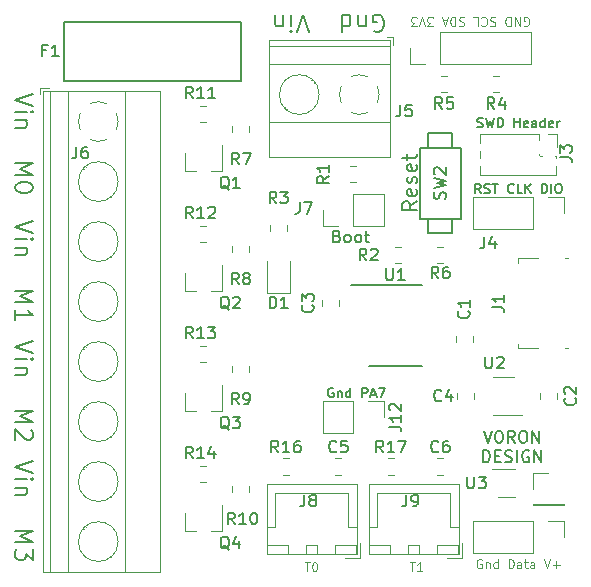
<source format=gbr>
G04 #@! TF.GenerationSoftware,KiCad,Pcbnew,(5.1.5)-3*
G04 #@! TF.CreationDate,2020-01-15T03:57:31-05:00*
G04 #@! TF.ProjectId,STM32 Klipper Expander,53544d33-3220-44b6-9c69-707065722045,rev?*
G04 #@! TF.SameCoordinates,Original*
G04 #@! TF.FileFunction,Legend,Top*
G04 #@! TF.FilePolarity,Positive*
%FSLAX46Y46*%
G04 Gerber Fmt 4.6, Leading zero omitted, Abs format (unit mm)*
G04 Created by KiCad (PCBNEW (5.1.5)-3) date 2020-01-15 03:57:31*
%MOMM*%
%LPD*%
G04 APERTURE LIST*
%ADD10C,0.150000*%
%ADD11C,0.100000*%
%ADD12C,0.200000*%
%ADD13C,0.120000*%
G04 APERTURE END LIST*
D10*
X127521142Y-83852000D02*
X127444952Y-83813904D01*
X127330666Y-83813904D01*
X127216380Y-83852000D01*
X127140190Y-83928190D01*
X127102095Y-84004380D01*
X127064000Y-84156761D01*
X127064000Y-84271047D01*
X127102095Y-84423428D01*
X127140190Y-84499619D01*
X127216380Y-84575809D01*
X127330666Y-84613904D01*
X127406857Y-84613904D01*
X127521142Y-84575809D01*
X127559238Y-84537714D01*
X127559238Y-84271047D01*
X127406857Y-84271047D01*
X127902095Y-84080571D02*
X127902095Y-84613904D01*
X127902095Y-84156761D02*
X127940190Y-84118666D01*
X128016380Y-84080571D01*
X128130666Y-84080571D01*
X128206857Y-84118666D01*
X128244952Y-84194857D01*
X128244952Y-84613904D01*
X128968761Y-84613904D02*
X128968761Y-83813904D01*
X128968761Y-84575809D02*
X128892571Y-84613904D01*
X128740190Y-84613904D01*
X128664000Y-84575809D01*
X128625904Y-84537714D01*
X128587809Y-84461523D01*
X128587809Y-84232952D01*
X128625904Y-84156761D01*
X128664000Y-84118666D01*
X128740190Y-84080571D01*
X128892571Y-84080571D01*
X128968761Y-84118666D01*
X129959238Y-84613904D02*
X129959238Y-83813904D01*
X130264000Y-83813904D01*
X130340190Y-83852000D01*
X130378285Y-83890095D01*
X130416380Y-83966285D01*
X130416380Y-84080571D01*
X130378285Y-84156761D01*
X130340190Y-84194857D01*
X130264000Y-84232952D01*
X129959238Y-84232952D01*
X130721142Y-84385333D02*
X131102095Y-84385333D01*
X130644952Y-84613904D02*
X130911619Y-83813904D01*
X131178285Y-84613904D01*
X131368761Y-83813904D02*
X131902095Y-83813904D01*
X131559238Y-84613904D01*
D11*
X140072857Y-98355000D02*
X140001428Y-98319285D01*
X139894285Y-98319285D01*
X139787142Y-98355000D01*
X139715714Y-98426428D01*
X139680000Y-98497857D01*
X139644285Y-98640714D01*
X139644285Y-98747857D01*
X139680000Y-98890714D01*
X139715714Y-98962142D01*
X139787142Y-99033571D01*
X139894285Y-99069285D01*
X139965714Y-99069285D01*
X140072857Y-99033571D01*
X140108571Y-98997857D01*
X140108571Y-98747857D01*
X139965714Y-98747857D01*
X140430000Y-98569285D02*
X140430000Y-99069285D01*
X140430000Y-98640714D02*
X140465714Y-98605000D01*
X140537142Y-98569285D01*
X140644285Y-98569285D01*
X140715714Y-98605000D01*
X140751428Y-98676428D01*
X140751428Y-99069285D01*
X141430000Y-99069285D02*
X141430000Y-98319285D01*
X141430000Y-99033571D02*
X141358571Y-99069285D01*
X141215714Y-99069285D01*
X141144285Y-99033571D01*
X141108571Y-98997857D01*
X141072857Y-98926428D01*
X141072857Y-98712142D01*
X141108571Y-98640714D01*
X141144285Y-98605000D01*
X141215714Y-98569285D01*
X141358571Y-98569285D01*
X141430000Y-98605000D01*
X142358571Y-99069285D02*
X142358571Y-98319285D01*
X142537142Y-98319285D01*
X142644285Y-98355000D01*
X142715714Y-98426428D01*
X142751428Y-98497857D01*
X142787142Y-98640714D01*
X142787142Y-98747857D01*
X142751428Y-98890714D01*
X142715714Y-98962142D01*
X142644285Y-99033571D01*
X142537142Y-99069285D01*
X142358571Y-99069285D01*
X143430000Y-99069285D02*
X143430000Y-98676428D01*
X143394285Y-98605000D01*
X143322857Y-98569285D01*
X143180000Y-98569285D01*
X143108571Y-98605000D01*
X143430000Y-99033571D02*
X143358571Y-99069285D01*
X143180000Y-99069285D01*
X143108571Y-99033571D01*
X143072857Y-98962142D01*
X143072857Y-98890714D01*
X143108571Y-98819285D01*
X143180000Y-98783571D01*
X143358571Y-98783571D01*
X143430000Y-98747857D01*
X143680000Y-98569285D02*
X143965714Y-98569285D01*
X143787142Y-98319285D02*
X143787142Y-98962142D01*
X143822857Y-99033571D01*
X143894285Y-99069285D01*
X143965714Y-99069285D01*
X144537142Y-99069285D02*
X144537142Y-98676428D01*
X144501428Y-98605000D01*
X144430000Y-98569285D01*
X144287142Y-98569285D01*
X144215714Y-98605000D01*
X144537142Y-99033571D02*
X144465714Y-99069285D01*
X144287142Y-99069285D01*
X144215714Y-99033571D01*
X144180000Y-98962142D01*
X144180000Y-98890714D01*
X144215714Y-98819285D01*
X144287142Y-98783571D01*
X144465714Y-98783571D01*
X144537142Y-98747857D01*
X145358571Y-98319285D02*
X145608571Y-99069285D01*
X145858571Y-98319285D01*
X146108571Y-98783571D02*
X146680000Y-98783571D01*
X146394285Y-99069285D02*
X146394285Y-98497857D01*
D10*
X139999047Y-67341904D02*
X139732380Y-66960952D01*
X139541904Y-67341904D02*
X139541904Y-66541904D01*
X139846666Y-66541904D01*
X139922857Y-66580000D01*
X139960952Y-66618095D01*
X139999047Y-66694285D01*
X139999047Y-66808571D01*
X139960952Y-66884761D01*
X139922857Y-66922857D01*
X139846666Y-66960952D01*
X139541904Y-66960952D01*
X140303809Y-67303809D02*
X140418095Y-67341904D01*
X140608571Y-67341904D01*
X140684761Y-67303809D01*
X140722857Y-67265714D01*
X140760952Y-67189523D01*
X140760952Y-67113333D01*
X140722857Y-67037142D01*
X140684761Y-66999047D01*
X140608571Y-66960952D01*
X140456190Y-66922857D01*
X140380000Y-66884761D01*
X140341904Y-66846666D01*
X140303809Y-66770476D01*
X140303809Y-66694285D01*
X140341904Y-66618095D01*
X140380000Y-66580000D01*
X140456190Y-66541904D01*
X140646666Y-66541904D01*
X140760952Y-66580000D01*
X140989523Y-66541904D02*
X141446666Y-66541904D01*
X141218095Y-67341904D02*
X141218095Y-66541904D01*
X142780000Y-67265714D02*
X142741904Y-67303809D01*
X142627619Y-67341904D01*
X142551428Y-67341904D01*
X142437142Y-67303809D01*
X142360952Y-67227619D01*
X142322857Y-67151428D01*
X142284761Y-66999047D01*
X142284761Y-66884761D01*
X142322857Y-66732380D01*
X142360952Y-66656190D01*
X142437142Y-66580000D01*
X142551428Y-66541904D01*
X142627619Y-66541904D01*
X142741904Y-66580000D01*
X142780000Y-66618095D01*
X143503809Y-67341904D02*
X143122857Y-67341904D01*
X143122857Y-66541904D01*
X143770476Y-67341904D02*
X143770476Y-66541904D01*
X144227619Y-67341904D02*
X143884761Y-66884761D01*
X144227619Y-66541904D02*
X143770476Y-66999047D01*
X145180000Y-67341904D02*
X145180000Y-66541904D01*
X145370476Y-66541904D01*
X145484761Y-66580000D01*
X145560952Y-66656190D01*
X145599047Y-66732380D01*
X145637142Y-66884761D01*
X145637142Y-66999047D01*
X145599047Y-67151428D01*
X145560952Y-67227619D01*
X145484761Y-67303809D01*
X145370476Y-67341904D01*
X145180000Y-67341904D01*
X145980000Y-67341904D02*
X145980000Y-66541904D01*
X146513333Y-66541904D02*
X146665714Y-66541904D01*
X146741904Y-66580000D01*
X146818095Y-66656190D01*
X146856190Y-66808571D01*
X146856190Y-67075238D01*
X146818095Y-67227619D01*
X146741904Y-67303809D01*
X146665714Y-67341904D01*
X146513333Y-67341904D01*
X146437142Y-67303809D01*
X146360952Y-67227619D01*
X146322857Y-67075238D01*
X146322857Y-66808571D01*
X146360952Y-66656190D01*
X146437142Y-66580000D01*
X146513333Y-66541904D01*
X139713333Y-61715809D02*
X139827619Y-61753904D01*
X140018095Y-61753904D01*
X140094285Y-61715809D01*
X140132380Y-61677714D01*
X140170476Y-61601523D01*
X140170476Y-61525333D01*
X140132380Y-61449142D01*
X140094285Y-61411047D01*
X140018095Y-61372952D01*
X139865714Y-61334857D01*
X139789523Y-61296761D01*
X139751428Y-61258666D01*
X139713333Y-61182476D01*
X139713333Y-61106285D01*
X139751428Y-61030095D01*
X139789523Y-60992000D01*
X139865714Y-60953904D01*
X140056190Y-60953904D01*
X140170476Y-60992000D01*
X140437142Y-60953904D02*
X140627619Y-61753904D01*
X140780000Y-61182476D01*
X140932380Y-61753904D01*
X141122857Y-60953904D01*
X141427619Y-61753904D02*
X141427619Y-60953904D01*
X141618095Y-60953904D01*
X141732380Y-60992000D01*
X141808571Y-61068190D01*
X141846666Y-61144380D01*
X141884761Y-61296761D01*
X141884761Y-61411047D01*
X141846666Y-61563428D01*
X141808571Y-61639619D01*
X141732380Y-61715809D01*
X141618095Y-61753904D01*
X141427619Y-61753904D01*
X142837142Y-61753904D02*
X142837142Y-60953904D01*
X142837142Y-61334857D02*
X143294285Y-61334857D01*
X143294285Y-61753904D02*
X143294285Y-60953904D01*
X143980000Y-61715809D02*
X143903809Y-61753904D01*
X143751428Y-61753904D01*
X143675238Y-61715809D01*
X143637142Y-61639619D01*
X143637142Y-61334857D01*
X143675238Y-61258666D01*
X143751428Y-61220571D01*
X143903809Y-61220571D01*
X143980000Y-61258666D01*
X144018095Y-61334857D01*
X144018095Y-61411047D01*
X143637142Y-61487238D01*
X144703809Y-61753904D02*
X144703809Y-61334857D01*
X144665714Y-61258666D01*
X144589523Y-61220571D01*
X144437142Y-61220571D01*
X144360952Y-61258666D01*
X144703809Y-61715809D02*
X144627619Y-61753904D01*
X144437142Y-61753904D01*
X144360952Y-61715809D01*
X144322857Y-61639619D01*
X144322857Y-61563428D01*
X144360952Y-61487238D01*
X144437142Y-61449142D01*
X144627619Y-61449142D01*
X144703809Y-61411047D01*
X145427619Y-61753904D02*
X145427619Y-60953904D01*
X145427619Y-61715809D02*
X145351428Y-61753904D01*
X145199047Y-61753904D01*
X145122857Y-61715809D01*
X145084761Y-61677714D01*
X145046666Y-61601523D01*
X145046666Y-61372952D01*
X145084761Y-61296761D01*
X145122857Y-61258666D01*
X145199047Y-61220571D01*
X145351428Y-61220571D01*
X145427619Y-61258666D01*
X146113333Y-61715809D02*
X146037142Y-61753904D01*
X145884761Y-61753904D01*
X145808571Y-61715809D01*
X145770476Y-61639619D01*
X145770476Y-61334857D01*
X145808571Y-61258666D01*
X145884761Y-61220571D01*
X146037142Y-61220571D01*
X146113333Y-61258666D01*
X146151428Y-61334857D01*
X146151428Y-61411047D01*
X145770476Y-61487238D01*
X146494285Y-61753904D02*
X146494285Y-61220571D01*
X146494285Y-61372952D02*
X146532380Y-61296761D01*
X146570476Y-61258666D01*
X146646666Y-61220571D01*
X146722857Y-61220571D01*
D12*
X134601476Y-68019619D02*
X134006238Y-68436285D01*
X134601476Y-68733904D02*
X133351476Y-68733904D01*
X133351476Y-68257714D01*
X133411000Y-68138666D01*
X133470523Y-68079142D01*
X133589571Y-68019619D01*
X133768142Y-68019619D01*
X133887190Y-68079142D01*
X133946714Y-68138666D01*
X134006238Y-68257714D01*
X134006238Y-68733904D01*
X134541952Y-67007714D02*
X134601476Y-67126761D01*
X134601476Y-67364857D01*
X134541952Y-67483904D01*
X134422904Y-67543428D01*
X133946714Y-67543428D01*
X133827666Y-67483904D01*
X133768142Y-67364857D01*
X133768142Y-67126761D01*
X133827666Y-67007714D01*
X133946714Y-66948190D01*
X134065761Y-66948190D01*
X134184809Y-67543428D01*
X134541952Y-66472000D02*
X134601476Y-66352952D01*
X134601476Y-66114857D01*
X134541952Y-65995809D01*
X134422904Y-65936285D01*
X134363380Y-65936285D01*
X134244333Y-65995809D01*
X134184809Y-66114857D01*
X134184809Y-66293428D01*
X134125285Y-66412476D01*
X134006238Y-66472000D01*
X133946714Y-66472000D01*
X133827666Y-66412476D01*
X133768142Y-66293428D01*
X133768142Y-66114857D01*
X133827666Y-65995809D01*
X134541952Y-64924380D02*
X134601476Y-65043428D01*
X134601476Y-65281523D01*
X134541952Y-65400571D01*
X134422904Y-65460095D01*
X133946714Y-65460095D01*
X133827666Y-65400571D01*
X133768142Y-65281523D01*
X133768142Y-65043428D01*
X133827666Y-64924380D01*
X133946714Y-64864857D01*
X134065761Y-64864857D01*
X134184809Y-65460095D01*
X133768142Y-64507714D02*
X133768142Y-64031523D01*
X133351476Y-64329142D02*
X134422904Y-64329142D01*
X134541952Y-64269619D01*
X134601476Y-64150571D01*
X134601476Y-64031523D01*
D10*
X140267238Y-87451380D02*
X140600571Y-88451380D01*
X140933904Y-87451380D01*
X141457714Y-87451380D02*
X141648190Y-87451380D01*
X141743428Y-87499000D01*
X141838666Y-87594238D01*
X141886285Y-87784714D01*
X141886285Y-88118047D01*
X141838666Y-88308523D01*
X141743428Y-88403761D01*
X141648190Y-88451380D01*
X141457714Y-88451380D01*
X141362476Y-88403761D01*
X141267238Y-88308523D01*
X141219619Y-88118047D01*
X141219619Y-87784714D01*
X141267238Y-87594238D01*
X141362476Y-87499000D01*
X141457714Y-87451380D01*
X142886285Y-88451380D02*
X142552952Y-87975190D01*
X142314857Y-88451380D02*
X142314857Y-87451380D01*
X142695809Y-87451380D01*
X142791047Y-87499000D01*
X142838666Y-87546619D01*
X142886285Y-87641857D01*
X142886285Y-87784714D01*
X142838666Y-87879952D01*
X142791047Y-87927571D01*
X142695809Y-87975190D01*
X142314857Y-87975190D01*
X143505333Y-87451380D02*
X143695809Y-87451380D01*
X143791047Y-87499000D01*
X143886285Y-87594238D01*
X143933904Y-87784714D01*
X143933904Y-88118047D01*
X143886285Y-88308523D01*
X143791047Y-88403761D01*
X143695809Y-88451380D01*
X143505333Y-88451380D01*
X143410095Y-88403761D01*
X143314857Y-88308523D01*
X143267238Y-88118047D01*
X143267238Y-87784714D01*
X143314857Y-87594238D01*
X143410095Y-87499000D01*
X143505333Y-87451380D01*
X144362476Y-88451380D02*
X144362476Y-87451380D01*
X144933904Y-88451380D01*
X144933904Y-87451380D01*
X140219619Y-90101380D02*
X140219619Y-89101380D01*
X140457714Y-89101380D01*
X140600571Y-89149000D01*
X140695809Y-89244238D01*
X140743428Y-89339476D01*
X140791047Y-89529952D01*
X140791047Y-89672809D01*
X140743428Y-89863285D01*
X140695809Y-89958523D01*
X140600571Y-90053761D01*
X140457714Y-90101380D01*
X140219619Y-90101380D01*
X141219619Y-89577571D02*
X141552952Y-89577571D01*
X141695809Y-90101380D02*
X141219619Y-90101380D01*
X141219619Y-89101380D01*
X141695809Y-89101380D01*
X142076761Y-90053761D02*
X142219619Y-90101380D01*
X142457714Y-90101380D01*
X142552952Y-90053761D01*
X142600571Y-90006142D01*
X142648190Y-89910904D01*
X142648190Y-89815666D01*
X142600571Y-89720428D01*
X142552952Y-89672809D01*
X142457714Y-89625190D01*
X142267238Y-89577571D01*
X142172000Y-89529952D01*
X142124380Y-89482333D01*
X142076761Y-89387095D01*
X142076761Y-89291857D01*
X142124380Y-89196619D01*
X142172000Y-89149000D01*
X142267238Y-89101380D01*
X142505333Y-89101380D01*
X142648190Y-89149000D01*
X143076761Y-90101380D02*
X143076761Y-89101380D01*
X144076761Y-89149000D02*
X143981523Y-89101380D01*
X143838666Y-89101380D01*
X143695809Y-89149000D01*
X143600571Y-89244238D01*
X143552952Y-89339476D01*
X143505333Y-89529952D01*
X143505333Y-89672809D01*
X143552952Y-89863285D01*
X143600571Y-89958523D01*
X143695809Y-90053761D01*
X143838666Y-90101380D01*
X143933904Y-90101380D01*
X144076761Y-90053761D01*
X144124380Y-90006142D01*
X144124380Y-89672809D01*
X143933904Y-89672809D01*
X144552952Y-90101380D02*
X144552952Y-89101380D01*
X145124380Y-90101380D01*
X145124380Y-89101380D01*
D11*
X133972571Y-98573285D02*
X134401142Y-98573285D01*
X134186857Y-99323285D02*
X134186857Y-98573285D01*
X135044000Y-99323285D02*
X134615428Y-99323285D01*
X134829714Y-99323285D02*
X134829714Y-98573285D01*
X134758285Y-98680428D01*
X134686857Y-98751857D01*
X134615428Y-98787571D01*
X125082571Y-98573285D02*
X125511142Y-98573285D01*
X125296857Y-99323285D02*
X125296857Y-98573285D01*
X125904000Y-98573285D02*
X125975428Y-98573285D01*
X126046857Y-98609000D01*
X126082571Y-98644714D01*
X126118285Y-98716142D01*
X126154000Y-98859000D01*
X126154000Y-99037571D01*
X126118285Y-99180428D01*
X126082571Y-99251857D01*
X126046857Y-99287571D01*
X125975428Y-99323285D01*
X125904000Y-99323285D01*
X125832571Y-99287571D01*
X125796857Y-99251857D01*
X125761142Y-99180428D01*
X125725428Y-99037571D01*
X125725428Y-98859000D01*
X125761142Y-98716142D01*
X125796857Y-98644714D01*
X125832571Y-98609000D01*
X125904000Y-98573285D01*
D10*
X127836952Y-70972571D02*
X127979809Y-71020190D01*
X128027428Y-71067809D01*
X128075047Y-71163047D01*
X128075047Y-71305904D01*
X128027428Y-71401142D01*
X127979809Y-71448761D01*
X127884571Y-71496380D01*
X127503619Y-71496380D01*
X127503619Y-70496380D01*
X127836952Y-70496380D01*
X127932190Y-70544000D01*
X127979809Y-70591619D01*
X128027428Y-70686857D01*
X128027428Y-70782095D01*
X127979809Y-70877333D01*
X127932190Y-70924952D01*
X127836952Y-70972571D01*
X127503619Y-70972571D01*
X128646476Y-71496380D02*
X128551238Y-71448761D01*
X128503619Y-71401142D01*
X128456000Y-71305904D01*
X128456000Y-71020190D01*
X128503619Y-70924952D01*
X128551238Y-70877333D01*
X128646476Y-70829714D01*
X128789333Y-70829714D01*
X128884571Y-70877333D01*
X128932190Y-70924952D01*
X128979809Y-71020190D01*
X128979809Y-71305904D01*
X128932190Y-71401142D01*
X128884571Y-71448761D01*
X128789333Y-71496380D01*
X128646476Y-71496380D01*
X129551238Y-71496380D02*
X129456000Y-71448761D01*
X129408380Y-71401142D01*
X129360761Y-71305904D01*
X129360761Y-71020190D01*
X129408380Y-70924952D01*
X129456000Y-70877333D01*
X129551238Y-70829714D01*
X129694095Y-70829714D01*
X129789333Y-70877333D01*
X129836952Y-70924952D01*
X129884571Y-71020190D01*
X129884571Y-71305904D01*
X129836952Y-71401142D01*
X129789333Y-71448761D01*
X129694095Y-71496380D01*
X129551238Y-71496380D01*
X130170285Y-70829714D02*
X130551238Y-70829714D01*
X130313142Y-70496380D02*
X130313142Y-71353523D01*
X130360761Y-71448761D01*
X130456000Y-71496380D01*
X130551238Y-71496380D01*
D12*
X130963714Y-53633000D02*
X131106571Y-53704428D01*
X131320857Y-53704428D01*
X131535142Y-53633000D01*
X131678000Y-53490142D01*
X131749428Y-53347285D01*
X131820857Y-53061571D01*
X131820857Y-52847285D01*
X131749428Y-52561571D01*
X131678000Y-52418714D01*
X131535142Y-52275857D01*
X131320857Y-52204428D01*
X131178000Y-52204428D01*
X130963714Y-52275857D01*
X130892285Y-52347285D01*
X130892285Y-52847285D01*
X131178000Y-52847285D01*
X130249428Y-53204428D02*
X130249428Y-52204428D01*
X130249428Y-53061571D02*
X130178000Y-53133000D01*
X130035142Y-53204428D01*
X129820857Y-53204428D01*
X129678000Y-53133000D01*
X129606571Y-52990142D01*
X129606571Y-52204428D01*
X128249428Y-52204428D02*
X128249428Y-53704428D01*
X128249428Y-52275857D02*
X128392285Y-52204428D01*
X128678000Y-52204428D01*
X128820857Y-52275857D01*
X128892285Y-52347285D01*
X128963714Y-52490142D01*
X128963714Y-52918714D01*
X128892285Y-53061571D01*
X128820857Y-53133000D01*
X128678000Y-53204428D01*
X128392285Y-53204428D01*
X128249428Y-53133000D01*
X125463714Y-53704428D02*
X124963714Y-52204428D01*
X124463714Y-53704428D01*
X123963714Y-52204428D02*
X123963714Y-53204428D01*
X123963714Y-53704428D02*
X124035142Y-53633000D01*
X123963714Y-53561571D01*
X123892285Y-53633000D01*
X123963714Y-53704428D01*
X123963714Y-53561571D01*
X123249428Y-53204428D02*
X123249428Y-52204428D01*
X123249428Y-53061571D02*
X123178000Y-53133000D01*
X123035142Y-53204428D01*
X122820857Y-53204428D01*
X122678000Y-53133000D01*
X122606571Y-52990142D01*
X122606571Y-52204428D01*
X102091428Y-90035000D02*
X100591428Y-90535000D01*
X102091428Y-91035000D01*
X100591428Y-91535000D02*
X101591428Y-91535000D01*
X102091428Y-91535000D02*
X102020000Y-91463571D01*
X101948571Y-91535000D01*
X102020000Y-91606428D01*
X102091428Y-91535000D01*
X101948571Y-91535000D01*
X101591428Y-92249285D02*
X100591428Y-92249285D01*
X101448571Y-92249285D02*
X101520000Y-92320714D01*
X101591428Y-92463571D01*
X101591428Y-92677857D01*
X101520000Y-92820714D01*
X101377142Y-92892142D01*
X100591428Y-92892142D01*
X100591428Y-95892142D02*
X102091428Y-95892142D01*
X101020000Y-96392142D01*
X102091428Y-96892142D01*
X100591428Y-96892142D01*
X102091428Y-97463571D02*
X102091428Y-98392142D01*
X101520000Y-97892142D01*
X101520000Y-98106428D01*
X101448571Y-98249285D01*
X101377142Y-98320714D01*
X101234285Y-98392142D01*
X100877142Y-98392142D01*
X100734285Y-98320714D01*
X100662857Y-98249285D01*
X100591428Y-98106428D01*
X100591428Y-97677857D01*
X100662857Y-97535000D01*
X100734285Y-97463571D01*
X102091428Y-79875000D02*
X100591428Y-80375000D01*
X102091428Y-80875000D01*
X100591428Y-81375000D02*
X101591428Y-81375000D01*
X102091428Y-81375000D02*
X102020000Y-81303571D01*
X101948571Y-81375000D01*
X102020000Y-81446428D01*
X102091428Y-81375000D01*
X101948571Y-81375000D01*
X101591428Y-82089285D02*
X100591428Y-82089285D01*
X101448571Y-82089285D02*
X101520000Y-82160714D01*
X101591428Y-82303571D01*
X101591428Y-82517857D01*
X101520000Y-82660714D01*
X101377142Y-82732142D01*
X100591428Y-82732142D01*
X100591428Y-85732142D02*
X102091428Y-85732142D01*
X101020000Y-86232142D01*
X102091428Y-86732142D01*
X100591428Y-86732142D01*
X101948571Y-87375000D02*
X102020000Y-87446428D01*
X102091428Y-87589285D01*
X102091428Y-87946428D01*
X102020000Y-88089285D01*
X101948571Y-88160714D01*
X101805714Y-88232142D01*
X101662857Y-88232142D01*
X101448571Y-88160714D01*
X100591428Y-87303571D01*
X100591428Y-88232142D01*
X102091428Y-69715000D02*
X100591428Y-70215000D01*
X102091428Y-70715000D01*
X100591428Y-71215000D02*
X101591428Y-71215000D01*
X102091428Y-71215000D02*
X102020000Y-71143571D01*
X101948571Y-71215000D01*
X102020000Y-71286428D01*
X102091428Y-71215000D01*
X101948571Y-71215000D01*
X101591428Y-71929285D02*
X100591428Y-71929285D01*
X101448571Y-71929285D02*
X101520000Y-72000714D01*
X101591428Y-72143571D01*
X101591428Y-72357857D01*
X101520000Y-72500714D01*
X101377142Y-72572142D01*
X100591428Y-72572142D01*
X100591428Y-75572142D02*
X102091428Y-75572142D01*
X101020000Y-76072142D01*
X102091428Y-76572142D01*
X100591428Y-76572142D01*
X100591428Y-78072142D02*
X100591428Y-77215000D01*
X100591428Y-77643571D02*
X102091428Y-77643571D01*
X101877142Y-77500714D01*
X101734285Y-77357857D01*
X101662857Y-77215000D01*
X102091428Y-58920000D02*
X100591428Y-59420000D01*
X102091428Y-59920000D01*
X100591428Y-60420000D02*
X101591428Y-60420000D01*
X102091428Y-60420000D02*
X102020000Y-60348571D01*
X101948571Y-60420000D01*
X102020000Y-60491428D01*
X102091428Y-60420000D01*
X101948571Y-60420000D01*
X101591428Y-61134285D02*
X100591428Y-61134285D01*
X101448571Y-61134285D02*
X101520000Y-61205714D01*
X101591428Y-61348571D01*
X101591428Y-61562857D01*
X101520000Y-61705714D01*
X101377142Y-61777142D01*
X100591428Y-61777142D01*
X100591428Y-64777142D02*
X102091428Y-64777142D01*
X101020000Y-65277142D01*
X102091428Y-65777142D01*
X100591428Y-65777142D01*
X102091428Y-66777142D02*
X102091428Y-66920000D01*
X102020000Y-67062857D01*
X101948571Y-67134285D01*
X101805714Y-67205714D01*
X101520000Y-67277142D01*
X101162857Y-67277142D01*
X100877142Y-67205714D01*
X100734285Y-67134285D01*
X100662857Y-67062857D01*
X100591428Y-66920000D01*
X100591428Y-66777142D01*
X100662857Y-66634285D01*
X100734285Y-66562857D01*
X100877142Y-66491428D01*
X101162857Y-66420000D01*
X101520000Y-66420000D01*
X101805714Y-66491428D01*
X101948571Y-66562857D01*
X102020000Y-66634285D01*
X102091428Y-66777142D01*
D11*
X143669571Y-53131000D02*
X143741000Y-53166714D01*
X143848142Y-53166714D01*
X143955285Y-53131000D01*
X144026714Y-53059571D01*
X144062428Y-52988142D01*
X144098142Y-52845285D01*
X144098142Y-52738142D01*
X144062428Y-52595285D01*
X144026714Y-52523857D01*
X143955285Y-52452428D01*
X143848142Y-52416714D01*
X143776714Y-52416714D01*
X143669571Y-52452428D01*
X143633857Y-52488142D01*
X143633857Y-52738142D01*
X143776714Y-52738142D01*
X143312428Y-52416714D02*
X143312428Y-53166714D01*
X142883857Y-52416714D01*
X142883857Y-53166714D01*
X142526714Y-52416714D02*
X142526714Y-53166714D01*
X142348142Y-53166714D01*
X142241000Y-53131000D01*
X142169571Y-53059571D01*
X142133857Y-52988142D01*
X142098142Y-52845285D01*
X142098142Y-52738142D01*
X142133857Y-52595285D01*
X142169571Y-52523857D01*
X142241000Y-52452428D01*
X142348142Y-52416714D01*
X142526714Y-52416714D01*
X141241000Y-52452428D02*
X141133857Y-52416714D01*
X140955285Y-52416714D01*
X140883857Y-52452428D01*
X140848142Y-52488142D01*
X140812428Y-52559571D01*
X140812428Y-52631000D01*
X140848142Y-52702428D01*
X140883857Y-52738142D01*
X140955285Y-52773857D01*
X141098142Y-52809571D01*
X141169571Y-52845285D01*
X141205285Y-52881000D01*
X141241000Y-52952428D01*
X141241000Y-53023857D01*
X141205285Y-53095285D01*
X141169571Y-53131000D01*
X141098142Y-53166714D01*
X140919571Y-53166714D01*
X140812428Y-53131000D01*
X140062428Y-52488142D02*
X140098142Y-52452428D01*
X140205285Y-52416714D01*
X140276714Y-52416714D01*
X140383857Y-52452428D01*
X140455285Y-52523857D01*
X140491000Y-52595285D01*
X140526714Y-52738142D01*
X140526714Y-52845285D01*
X140491000Y-52988142D01*
X140455285Y-53059571D01*
X140383857Y-53131000D01*
X140276714Y-53166714D01*
X140205285Y-53166714D01*
X140098142Y-53131000D01*
X140062428Y-53095285D01*
X139383857Y-52416714D02*
X139741000Y-52416714D01*
X139741000Y-53166714D01*
X138598142Y-52452428D02*
X138491000Y-52416714D01*
X138312428Y-52416714D01*
X138241000Y-52452428D01*
X138205285Y-52488142D01*
X138169571Y-52559571D01*
X138169571Y-52631000D01*
X138205285Y-52702428D01*
X138241000Y-52738142D01*
X138312428Y-52773857D01*
X138455285Y-52809571D01*
X138526714Y-52845285D01*
X138562428Y-52881000D01*
X138598142Y-52952428D01*
X138598142Y-53023857D01*
X138562428Y-53095285D01*
X138526714Y-53131000D01*
X138455285Y-53166714D01*
X138276714Y-53166714D01*
X138169571Y-53131000D01*
X137848142Y-52416714D02*
X137848142Y-53166714D01*
X137669571Y-53166714D01*
X137562428Y-53131000D01*
X137491000Y-53059571D01*
X137455285Y-52988142D01*
X137419571Y-52845285D01*
X137419571Y-52738142D01*
X137455285Y-52595285D01*
X137491000Y-52523857D01*
X137562428Y-52452428D01*
X137669571Y-52416714D01*
X137848142Y-52416714D01*
X137133857Y-52631000D02*
X136776714Y-52631000D01*
X137205285Y-52416714D02*
X136955285Y-53166714D01*
X136705285Y-52416714D01*
X135955285Y-53166714D02*
X135491000Y-53166714D01*
X135741000Y-52881000D01*
X135633857Y-52881000D01*
X135562428Y-52845285D01*
X135526714Y-52809571D01*
X135491000Y-52738142D01*
X135491000Y-52559571D01*
X135526714Y-52488142D01*
X135562428Y-52452428D01*
X135633857Y-52416714D01*
X135848142Y-52416714D01*
X135919571Y-52452428D01*
X135955285Y-52488142D01*
X135276714Y-53166714D02*
X135026714Y-52416714D01*
X134776714Y-53166714D01*
X134598142Y-53166714D02*
X134133857Y-53166714D01*
X134383857Y-52881000D01*
X134276714Y-52881000D01*
X134205285Y-52845285D01*
X134169571Y-52809571D01*
X134133857Y-52738142D01*
X134133857Y-52559571D01*
X134169571Y-52488142D01*
X134205285Y-52452428D01*
X134276714Y-52416714D01*
X134491000Y-52416714D01*
X134562428Y-52452428D01*
X134598142Y-52488142D01*
D13*
X138120000Y-97888000D02*
X138120000Y-91918000D01*
X138120000Y-91918000D02*
X130500000Y-91918000D01*
X130500000Y-91918000D02*
X130500000Y-97888000D01*
X130500000Y-97888000D02*
X138120000Y-97888000D01*
X134810000Y-97878000D02*
X134810000Y-97128000D01*
X134810000Y-97128000D02*
X133810000Y-97128000D01*
X133810000Y-97128000D02*
X133810000Y-97878000D01*
X133810000Y-97878000D02*
X134810000Y-97878000D01*
X138110000Y-97878000D02*
X138110000Y-97128000D01*
X138110000Y-97128000D02*
X136310000Y-97128000D01*
X136310000Y-97128000D02*
X136310000Y-97878000D01*
X136310000Y-97878000D02*
X138110000Y-97878000D01*
X132310000Y-97878000D02*
X132310000Y-97128000D01*
X132310000Y-97128000D02*
X130510000Y-97128000D01*
X130510000Y-97128000D02*
X130510000Y-97878000D01*
X130510000Y-97878000D02*
X132310000Y-97878000D01*
X138110000Y-95628000D02*
X137360000Y-95628000D01*
X137360000Y-95628000D02*
X137360000Y-92678000D01*
X137360000Y-92678000D02*
X134310000Y-92678000D01*
X130510000Y-95628000D02*
X131260000Y-95628000D01*
X131260000Y-95628000D02*
X131260000Y-92678000D01*
X131260000Y-92678000D02*
X134310000Y-92678000D01*
X137160000Y-98178000D02*
X138410000Y-98178000D01*
X138410000Y-98178000D02*
X138410000Y-96928000D01*
X131810000Y-84954000D02*
X131810000Y-86284000D01*
X130480000Y-84954000D02*
X131810000Y-84954000D01*
X129210000Y-84954000D02*
X129210000Y-87614000D01*
X129210000Y-87614000D02*
X126610000Y-87614000D01*
X129210000Y-84954000D02*
X126610000Y-84954000D01*
X126610000Y-84954000D02*
X126610000Y-87614000D01*
X129774000Y-98178000D02*
X129774000Y-96928000D01*
X128524000Y-98178000D02*
X129774000Y-98178000D01*
X122624000Y-92678000D02*
X125674000Y-92678000D01*
X122624000Y-95628000D02*
X122624000Y-92678000D01*
X121874000Y-95628000D02*
X122624000Y-95628000D01*
X128724000Y-92678000D02*
X125674000Y-92678000D01*
X128724000Y-95628000D02*
X128724000Y-92678000D01*
X129474000Y-95628000D02*
X128724000Y-95628000D01*
X121874000Y-97878000D02*
X123674000Y-97878000D01*
X121874000Y-97128000D02*
X121874000Y-97878000D01*
X123674000Y-97128000D02*
X121874000Y-97128000D01*
X123674000Y-97878000D02*
X123674000Y-97128000D01*
X127674000Y-97878000D02*
X129474000Y-97878000D01*
X127674000Y-97128000D02*
X127674000Y-97878000D01*
X129474000Y-97128000D02*
X127674000Y-97128000D01*
X129474000Y-97878000D02*
X129474000Y-97128000D01*
X125174000Y-97878000D02*
X126174000Y-97878000D01*
X125174000Y-97128000D02*
X125174000Y-97878000D01*
X126174000Y-97128000D02*
X125174000Y-97128000D01*
X126174000Y-97878000D02*
X126174000Y-97128000D01*
X121864000Y-97888000D02*
X129484000Y-97888000D01*
X121864000Y-91918000D02*
X121864000Y-97888000D01*
X129484000Y-91918000D02*
X121864000Y-91918000D01*
X129484000Y-97888000D02*
X129484000Y-91918000D01*
X147050000Y-95114000D02*
X147050000Y-96444000D01*
X145720000Y-95114000D02*
X147050000Y-95114000D01*
X144450000Y-95114000D02*
X144450000Y-97774000D01*
X144450000Y-97774000D02*
X139310000Y-97774000D01*
X144450000Y-95114000D02*
X139310000Y-95114000D01*
X139310000Y-95114000D02*
X139310000Y-97774000D01*
X144390000Y-91050000D02*
X145720000Y-91050000D01*
X144390000Y-92380000D02*
X144390000Y-91050000D01*
X144390000Y-93650000D02*
X147050000Y-93650000D01*
X147050000Y-93650000D02*
X147050000Y-93710000D01*
X144390000Y-93650000D02*
X144390000Y-93710000D01*
X144390000Y-93710000D02*
X147050000Y-93710000D01*
X141464000Y-93032000D02*
X142864000Y-93032000D01*
X142864000Y-90712000D02*
X140964000Y-90712000D01*
D10*
X119692000Y-52796000D02*
X104692000Y-52796000D01*
X119692000Y-57796000D02*
X119692000Y-52796000D01*
X104692000Y-57796000D02*
X119692000Y-57796000D01*
X104692000Y-52796000D02*
X104692000Y-57796000D01*
D13*
X136834578Y-91185000D02*
X136317422Y-91185000D01*
X136834578Y-89765000D02*
X136317422Y-89765000D01*
X132126422Y-89765000D02*
X132643578Y-89765000D01*
X132126422Y-91185000D02*
X132643578Y-91185000D01*
X123236422Y-91185000D02*
X123753578Y-91185000D01*
X123236422Y-89765000D02*
X123753578Y-89765000D01*
X128198578Y-89765000D02*
X127681422Y-89765000D01*
X128198578Y-91185000D02*
X127681422Y-91185000D01*
X114930000Y-95900000D02*
X115860000Y-95900000D01*
X118090000Y-95900000D02*
X117160000Y-95900000D01*
X118090000Y-95900000D02*
X118090000Y-93740000D01*
X114930000Y-95900000D02*
X114930000Y-94440000D01*
X114930000Y-85740000D02*
X115860000Y-85740000D01*
X118090000Y-85740000D02*
X117160000Y-85740000D01*
X118090000Y-85740000D02*
X118090000Y-83580000D01*
X114930000Y-85740000D02*
X114930000Y-84280000D01*
X114930000Y-75580000D02*
X115860000Y-75580000D01*
X118090000Y-75580000D02*
X117160000Y-75580000D01*
X118090000Y-75580000D02*
X118090000Y-73420000D01*
X114930000Y-75580000D02*
X114930000Y-74120000D01*
X114930000Y-65420000D02*
X114930000Y-63960000D01*
X118090000Y-65420000D02*
X118090000Y-63260000D01*
X118090000Y-65420000D02*
X117160000Y-65420000D01*
X114930000Y-65420000D02*
X115860000Y-65420000D01*
D10*
X138326000Y-63472000D02*
X138326000Y-69472000D01*
X134826000Y-69472000D02*
X134826000Y-63472000D01*
X134826000Y-69472000D02*
X138326000Y-69472000D01*
X138326000Y-63472000D02*
X134826000Y-63472000D01*
X135576000Y-63472000D02*
X135576000Y-62222000D01*
X135576000Y-62222000D02*
X137576000Y-62222000D01*
X137576000Y-62222000D02*
X137576000Y-63472000D01*
X135576000Y-70722000D02*
X135576000Y-69472000D01*
X137576000Y-69472000D02*
X137576000Y-70722000D01*
X137576000Y-70722000D02*
X135576000Y-70722000D01*
D13*
X123570000Y-70540578D02*
X123570000Y-70023422D01*
X122150000Y-70540578D02*
X122150000Y-70023422D01*
X132761422Y-73278000D02*
X133278578Y-73278000D01*
X132761422Y-71858000D02*
X133278578Y-71858000D01*
X147050000Y-67682000D02*
X147050000Y-69012000D01*
X145720000Y-67682000D02*
X147050000Y-67682000D01*
X144450000Y-67682000D02*
X144450000Y-70342000D01*
X144450000Y-70342000D02*
X139310000Y-70342000D01*
X144450000Y-67682000D02*
X139310000Y-67682000D01*
X139310000Y-67682000D02*
X139310000Y-70342000D01*
X146480000Y-62294000D02*
X146480000Y-63424000D01*
X145720000Y-62294000D02*
X146480000Y-62294000D01*
X146415000Y-65001530D02*
X146415000Y-65824000D01*
X146415000Y-64184000D02*
X146415000Y-64386470D01*
X146283471Y-64184000D02*
X146415000Y-64184000D01*
X145013471Y-64184000D02*
X145156529Y-64184000D01*
X144960000Y-63987471D02*
X144960000Y-64130529D01*
X144960000Y-62294000D02*
X144960000Y-62860529D01*
X146415000Y-65824000D02*
X139945000Y-65824000D01*
X144960000Y-62294000D02*
X139945000Y-62294000D01*
X139945000Y-63731530D02*
X139945000Y-64386470D01*
X139945000Y-65001530D02*
X139945000Y-65824000D01*
X139945000Y-62294000D02*
X139945000Y-63116470D01*
X123820000Y-75777000D02*
X123820000Y-73092000D01*
X121900000Y-75777000D02*
X123820000Y-75777000D01*
X121900000Y-73092000D02*
X121900000Y-75777000D01*
X126610000Y-70088000D02*
X126610000Y-68758000D01*
X127940000Y-70088000D02*
X126610000Y-70088000D01*
X129210000Y-70088000D02*
X129210000Y-67428000D01*
X129210000Y-67428000D02*
X131810000Y-67428000D01*
X129210000Y-70088000D02*
X131810000Y-70088000D01*
X131810000Y-70088000D02*
X131810000Y-67428000D01*
X132558000Y-54079000D02*
X132058000Y-54079000D01*
X132558000Y-54819000D02*
X132558000Y-54079000D01*
X125865000Y-57956000D02*
X125912000Y-57910000D01*
X123568000Y-60254000D02*
X123603000Y-60218000D01*
X125672000Y-57740000D02*
X125707000Y-57705000D01*
X123363000Y-60048000D02*
X123410000Y-60002000D01*
X122038000Y-64240000D02*
X122038000Y-54319000D01*
X132318000Y-64240000D02*
X132318000Y-54319000D01*
X132318000Y-54319000D02*
X122038000Y-54319000D01*
X132318000Y-64240000D02*
X122038000Y-64240000D01*
X132318000Y-61280000D02*
X122038000Y-61280000D01*
X132318000Y-56379000D02*
X122038000Y-56379000D01*
X132318000Y-54879000D02*
X122038000Y-54879000D01*
X126318000Y-58979000D02*
G75*
G03X126318000Y-58979000I-1680000J0D01*
G01*
X129689195Y-57298747D02*
G75*
G02X130402000Y-57444000I28805J-1680253D01*
G01*
X131253426Y-58295958D02*
G75*
G02X131253000Y-59663000I-1535426J-683042D01*
G01*
X130401042Y-60514426D02*
G75*
G02X129034000Y-60514000I-683042J1535426D01*
G01*
X128182574Y-59662042D02*
G75*
G02X128183000Y-58295000I1535426J683042D01*
G01*
X129034682Y-57444244D02*
G75*
G02X129718000Y-57299000I683318J-1534756D01*
G01*
X106085244Y-61948318D02*
G75*
G02X105940000Y-61265000I1534756J683318D01*
G01*
X108303042Y-62800426D02*
G75*
G02X106936000Y-62800000I-683042J1535426D01*
G01*
X109155426Y-60581958D02*
G75*
G02X109155000Y-61949000I-1535426J-683042D01*
G01*
X106936958Y-59729574D02*
G75*
G02X108304000Y-59730000I683042J-1535426D01*
G01*
X105939747Y-61293805D02*
G75*
G02X106085000Y-60581000I1680253J28805D01*
G01*
X109300000Y-66345000D02*
G75*
G03X109300000Y-66345000I-1680000J0D01*
G01*
X109300000Y-71425000D02*
G75*
G03X109300000Y-71425000I-1680000J0D01*
G01*
X109300000Y-76505000D02*
G75*
G03X109300000Y-76505000I-1680000J0D01*
G01*
X109300000Y-81585000D02*
G75*
G03X109300000Y-81585000I-1680000J0D01*
G01*
X109300000Y-86665000D02*
G75*
G03X109300000Y-86665000I-1680000J0D01*
G01*
X109300000Y-91745000D02*
G75*
G03X109300000Y-91745000I-1680000J0D01*
G01*
X109300000Y-96825000D02*
G75*
G03X109300000Y-96825000I-1680000J0D01*
G01*
X103520000Y-58665000D02*
X103520000Y-99425000D01*
X105020000Y-58665000D02*
X105020000Y-99425000D01*
X109921000Y-58665000D02*
X109921000Y-99425000D01*
X112881000Y-58665000D02*
X112881000Y-99425000D01*
X102960000Y-58665000D02*
X102960000Y-99425000D01*
X112881000Y-58665000D02*
X102960000Y-58665000D01*
X112881000Y-99425000D02*
X102960000Y-99425000D01*
X108689000Y-67620000D02*
X108643000Y-67573000D01*
X106381000Y-65311000D02*
X106346000Y-65276000D01*
X108895000Y-67415000D02*
X108859000Y-67380000D01*
X106597000Y-65118000D02*
X106551000Y-65071000D01*
X108689000Y-72700000D02*
X108643000Y-72653000D01*
X106381000Y-70391000D02*
X106346000Y-70356000D01*
X108895000Y-72495000D02*
X108859000Y-72460000D01*
X106597000Y-70198000D02*
X106551000Y-70151000D01*
X108689000Y-77780000D02*
X108643000Y-77733000D01*
X106381000Y-75471000D02*
X106346000Y-75436000D01*
X108895000Y-77575000D02*
X108859000Y-77540000D01*
X106597000Y-75278000D02*
X106551000Y-75231000D01*
X108689000Y-82860000D02*
X108643000Y-82813000D01*
X106381000Y-80551000D02*
X106346000Y-80516000D01*
X108895000Y-82655000D02*
X108859000Y-82620000D01*
X106597000Y-80358000D02*
X106551000Y-80311000D01*
X108689000Y-87940000D02*
X108643000Y-87893000D01*
X106381000Y-85631000D02*
X106346000Y-85596000D01*
X108895000Y-87735000D02*
X108859000Y-87700000D01*
X106597000Y-85438000D02*
X106551000Y-85391000D01*
X108689000Y-93020000D02*
X108643000Y-92973000D01*
X106381000Y-90711000D02*
X106346000Y-90676000D01*
X108895000Y-92815000D02*
X108859000Y-92780000D01*
X106597000Y-90518000D02*
X106551000Y-90471000D01*
X108689000Y-98100000D02*
X108643000Y-98053000D01*
X106381000Y-95791000D02*
X106346000Y-95756000D01*
X108895000Y-97895000D02*
X108859000Y-97860000D01*
X106597000Y-95598000D02*
X106551000Y-95551000D01*
X103460000Y-58425000D02*
X102720000Y-58425000D01*
X102720000Y-58425000D02*
X102720000Y-58925000D01*
X120395000Y-81961422D02*
X120395000Y-82478578D01*
X118975000Y-81961422D02*
X118975000Y-82478578D01*
X120395000Y-92121422D02*
X120395000Y-92638578D01*
X118975000Y-92121422D02*
X118975000Y-92638578D01*
X120395000Y-71801422D02*
X120395000Y-72318578D01*
X118975000Y-71801422D02*
X118975000Y-72318578D01*
X118975000Y-61641422D02*
X118975000Y-62158578D01*
X120395000Y-61641422D02*
X120395000Y-62158578D01*
X137167078Y-57380000D02*
X136649922Y-57380000D01*
X137167078Y-58800000D02*
X136649922Y-58800000D01*
X141064922Y-58800000D02*
X141582078Y-58800000D01*
X141064922Y-57380000D02*
X141582078Y-57380000D01*
X116251422Y-90400000D02*
X116768578Y-90400000D01*
X116251422Y-91820000D02*
X116768578Y-91820000D01*
X116251422Y-80240000D02*
X116768578Y-80240000D01*
X116251422Y-81660000D02*
X116768578Y-81660000D01*
X116251422Y-70080000D02*
X116768578Y-70080000D01*
X116251422Y-71500000D02*
X116768578Y-71500000D01*
X116251422Y-61340000D02*
X116768578Y-61340000D01*
X116251422Y-59920000D02*
X116768578Y-59920000D01*
X141010000Y-86116000D02*
X143460000Y-86116000D01*
X142810000Y-82896000D02*
X141010000Y-82896000D01*
D10*
X129016000Y-75087000D02*
X134991000Y-75087000D01*
X130541000Y-81987000D02*
X134991000Y-81987000D01*
D13*
X136317422Y-73278000D02*
X136834578Y-73278000D01*
X136317422Y-71858000D02*
X136834578Y-71858000D01*
X128951422Y-65000000D02*
X129468578Y-65000000D01*
X128951422Y-66420000D02*
X129468578Y-66420000D01*
X147431000Y-80442000D02*
X147171000Y-80442000D01*
X144891000Y-80442000D02*
X143121000Y-80442000D01*
X143121000Y-80442000D02*
X143121000Y-80062000D01*
X143121000Y-72822000D02*
X144891000Y-72822000D01*
X147171000Y-72822000D02*
X147431000Y-72822000D01*
X143121000Y-72822000D02*
X143121000Y-73202000D01*
X133976000Y-56372000D02*
X133976000Y-55042000D01*
X135306000Y-56372000D02*
X133976000Y-56372000D01*
X136576000Y-56372000D02*
X136576000Y-53712000D01*
X136576000Y-53712000D02*
X144256000Y-53712000D01*
X136576000Y-56372000D02*
X144256000Y-56372000D01*
X144256000Y-56372000D02*
X144256000Y-53712000D01*
X138025000Y-84247422D02*
X138025000Y-84764578D01*
X139445000Y-84247422D02*
X139445000Y-84764578D01*
X126595000Y-76373422D02*
X126595000Y-76890578D01*
X128015000Y-76373422D02*
X128015000Y-76890578D01*
X146430000Y-84764578D02*
X146430000Y-84247422D01*
X145010000Y-84764578D02*
X145010000Y-84247422D01*
X139318000Y-79938578D02*
X139318000Y-79421422D01*
X137898000Y-79938578D02*
X137898000Y-79421422D01*
D10*
X133702666Y-92848380D02*
X133702666Y-93562666D01*
X133655047Y-93705523D01*
X133559809Y-93800761D01*
X133416952Y-93848380D01*
X133321714Y-93848380D01*
X134226476Y-93848380D02*
X134416952Y-93848380D01*
X134512190Y-93800761D01*
X134559809Y-93753142D01*
X134655047Y-93610285D01*
X134702666Y-93419809D01*
X134702666Y-93038857D01*
X134655047Y-92943619D01*
X134607428Y-92896000D01*
X134512190Y-92848380D01*
X134321714Y-92848380D01*
X134226476Y-92896000D01*
X134178857Y-92943619D01*
X134131238Y-93038857D01*
X134131238Y-93276952D01*
X134178857Y-93372190D01*
X134226476Y-93419809D01*
X134321714Y-93467428D01*
X134512190Y-93467428D01*
X134607428Y-93419809D01*
X134655047Y-93372190D01*
X134702666Y-93276952D01*
X132262380Y-87093523D02*
X132976666Y-87093523D01*
X133119523Y-87141142D01*
X133214761Y-87236380D01*
X133262380Y-87379238D01*
X133262380Y-87474476D01*
X133262380Y-86093523D02*
X133262380Y-86664952D01*
X133262380Y-86379238D02*
X132262380Y-86379238D01*
X132405238Y-86474476D01*
X132500476Y-86569714D01*
X132548095Y-86664952D01*
X132357619Y-85712571D02*
X132310000Y-85664952D01*
X132262380Y-85569714D01*
X132262380Y-85331619D01*
X132310000Y-85236380D01*
X132357619Y-85188761D01*
X132452857Y-85141142D01*
X132548095Y-85141142D01*
X132690952Y-85188761D01*
X133262380Y-85760190D01*
X133262380Y-85141142D01*
X125066666Y-92848380D02*
X125066666Y-93562666D01*
X125019047Y-93705523D01*
X124923809Y-93800761D01*
X124780952Y-93848380D01*
X124685714Y-93848380D01*
X125685714Y-93276952D02*
X125590476Y-93229333D01*
X125542857Y-93181714D01*
X125495238Y-93086476D01*
X125495238Y-93038857D01*
X125542857Y-92943619D01*
X125590476Y-92896000D01*
X125685714Y-92848380D01*
X125876190Y-92848380D01*
X125971428Y-92896000D01*
X126019047Y-92943619D01*
X126066666Y-93038857D01*
X126066666Y-93086476D01*
X126019047Y-93181714D01*
X125971428Y-93229333D01*
X125876190Y-93276952D01*
X125685714Y-93276952D01*
X125590476Y-93324571D01*
X125542857Y-93372190D01*
X125495238Y-93467428D01*
X125495238Y-93657904D01*
X125542857Y-93753142D01*
X125590476Y-93800761D01*
X125685714Y-93848380D01*
X125876190Y-93848380D01*
X125971428Y-93800761D01*
X126019047Y-93753142D01*
X126066666Y-93657904D01*
X126066666Y-93467428D01*
X126019047Y-93372190D01*
X125971428Y-93324571D01*
X125876190Y-93276952D01*
X138862095Y-91324380D02*
X138862095Y-92133904D01*
X138909714Y-92229142D01*
X138957333Y-92276761D01*
X139052571Y-92324380D01*
X139243047Y-92324380D01*
X139338285Y-92276761D01*
X139385904Y-92229142D01*
X139433523Y-92133904D01*
X139433523Y-91324380D01*
X139814476Y-91324380D02*
X140433523Y-91324380D01*
X140100190Y-91705333D01*
X140243047Y-91705333D01*
X140338285Y-91752952D01*
X140385904Y-91800571D01*
X140433523Y-91895809D01*
X140433523Y-92133904D01*
X140385904Y-92229142D01*
X140338285Y-92276761D01*
X140243047Y-92324380D01*
X139957333Y-92324380D01*
X139862095Y-92276761D01*
X139814476Y-92229142D01*
X103222666Y-55224571D02*
X102889333Y-55224571D01*
X102889333Y-55748380D02*
X102889333Y-54748380D01*
X103365523Y-54748380D01*
X104270285Y-55748380D02*
X103698857Y-55748380D01*
X103984571Y-55748380D02*
X103984571Y-54748380D01*
X103889333Y-54891238D01*
X103794095Y-54986476D01*
X103698857Y-55034095D01*
X136409333Y-89181142D02*
X136361714Y-89228761D01*
X136218857Y-89276380D01*
X136123619Y-89276380D01*
X135980761Y-89228761D01*
X135885523Y-89133523D01*
X135837904Y-89038285D01*
X135790285Y-88847809D01*
X135790285Y-88704952D01*
X135837904Y-88514476D01*
X135885523Y-88419238D01*
X135980761Y-88324000D01*
X136123619Y-88276380D01*
X136218857Y-88276380D01*
X136361714Y-88324000D01*
X136409333Y-88371619D01*
X137266476Y-88276380D02*
X137076000Y-88276380D01*
X136980761Y-88324000D01*
X136933142Y-88371619D01*
X136837904Y-88514476D01*
X136790285Y-88704952D01*
X136790285Y-89085904D01*
X136837904Y-89181142D01*
X136885523Y-89228761D01*
X136980761Y-89276380D01*
X137171238Y-89276380D01*
X137266476Y-89228761D01*
X137314095Y-89181142D01*
X137361714Y-89085904D01*
X137361714Y-88847809D01*
X137314095Y-88752571D01*
X137266476Y-88704952D01*
X137171238Y-88657333D01*
X136980761Y-88657333D01*
X136885523Y-88704952D01*
X136837904Y-88752571D01*
X136790285Y-88847809D01*
X131742142Y-89276380D02*
X131408809Y-88800190D01*
X131170714Y-89276380D02*
X131170714Y-88276380D01*
X131551666Y-88276380D01*
X131646904Y-88324000D01*
X131694523Y-88371619D01*
X131742142Y-88466857D01*
X131742142Y-88609714D01*
X131694523Y-88704952D01*
X131646904Y-88752571D01*
X131551666Y-88800190D01*
X131170714Y-88800190D01*
X132694523Y-89276380D02*
X132123095Y-89276380D01*
X132408809Y-89276380D02*
X132408809Y-88276380D01*
X132313571Y-88419238D01*
X132218333Y-88514476D01*
X132123095Y-88562095D01*
X133027857Y-88276380D02*
X133694523Y-88276380D01*
X133265952Y-89276380D01*
X122852142Y-89276380D02*
X122518809Y-88800190D01*
X122280714Y-89276380D02*
X122280714Y-88276380D01*
X122661666Y-88276380D01*
X122756904Y-88324000D01*
X122804523Y-88371619D01*
X122852142Y-88466857D01*
X122852142Y-88609714D01*
X122804523Y-88704952D01*
X122756904Y-88752571D01*
X122661666Y-88800190D01*
X122280714Y-88800190D01*
X123804523Y-89276380D02*
X123233095Y-89276380D01*
X123518809Y-89276380D02*
X123518809Y-88276380D01*
X123423571Y-88419238D01*
X123328333Y-88514476D01*
X123233095Y-88562095D01*
X124661666Y-88276380D02*
X124471190Y-88276380D01*
X124375952Y-88324000D01*
X124328333Y-88371619D01*
X124233095Y-88514476D01*
X124185476Y-88704952D01*
X124185476Y-89085904D01*
X124233095Y-89181142D01*
X124280714Y-89228761D01*
X124375952Y-89276380D01*
X124566428Y-89276380D01*
X124661666Y-89228761D01*
X124709285Y-89181142D01*
X124756904Y-89085904D01*
X124756904Y-88847809D01*
X124709285Y-88752571D01*
X124661666Y-88704952D01*
X124566428Y-88657333D01*
X124375952Y-88657333D01*
X124280714Y-88704952D01*
X124233095Y-88752571D01*
X124185476Y-88847809D01*
X127773333Y-89181142D02*
X127725714Y-89228761D01*
X127582857Y-89276380D01*
X127487619Y-89276380D01*
X127344761Y-89228761D01*
X127249523Y-89133523D01*
X127201904Y-89038285D01*
X127154285Y-88847809D01*
X127154285Y-88704952D01*
X127201904Y-88514476D01*
X127249523Y-88419238D01*
X127344761Y-88324000D01*
X127487619Y-88276380D01*
X127582857Y-88276380D01*
X127725714Y-88324000D01*
X127773333Y-88371619D01*
X128678095Y-88276380D02*
X128201904Y-88276380D01*
X128154285Y-88752571D01*
X128201904Y-88704952D01*
X128297142Y-88657333D01*
X128535238Y-88657333D01*
X128630476Y-88704952D01*
X128678095Y-88752571D01*
X128725714Y-88847809D01*
X128725714Y-89085904D01*
X128678095Y-89181142D01*
X128630476Y-89228761D01*
X128535238Y-89276380D01*
X128297142Y-89276380D01*
X128201904Y-89228761D01*
X128154285Y-89181142D01*
X118700761Y-97499619D02*
X118605523Y-97452000D01*
X118510285Y-97356761D01*
X118367428Y-97213904D01*
X118272190Y-97166285D01*
X118176952Y-97166285D01*
X118224571Y-97404380D02*
X118129333Y-97356761D01*
X118034095Y-97261523D01*
X117986476Y-97071047D01*
X117986476Y-96737714D01*
X118034095Y-96547238D01*
X118129333Y-96452000D01*
X118224571Y-96404380D01*
X118415047Y-96404380D01*
X118510285Y-96452000D01*
X118605523Y-96547238D01*
X118653142Y-96737714D01*
X118653142Y-97071047D01*
X118605523Y-97261523D01*
X118510285Y-97356761D01*
X118415047Y-97404380D01*
X118224571Y-97404380D01*
X119510285Y-96737714D02*
X119510285Y-97404380D01*
X119272190Y-96356761D02*
X119034095Y-97071047D01*
X119653142Y-97071047D01*
X118700761Y-87339619D02*
X118605523Y-87292000D01*
X118510285Y-87196761D01*
X118367428Y-87053904D01*
X118272190Y-87006285D01*
X118176952Y-87006285D01*
X118224571Y-87244380D02*
X118129333Y-87196761D01*
X118034095Y-87101523D01*
X117986476Y-86911047D01*
X117986476Y-86577714D01*
X118034095Y-86387238D01*
X118129333Y-86292000D01*
X118224571Y-86244380D01*
X118415047Y-86244380D01*
X118510285Y-86292000D01*
X118605523Y-86387238D01*
X118653142Y-86577714D01*
X118653142Y-86911047D01*
X118605523Y-87101523D01*
X118510285Y-87196761D01*
X118415047Y-87244380D01*
X118224571Y-87244380D01*
X118986476Y-86244380D02*
X119605523Y-86244380D01*
X119272190Y-86625333D01*
X119415047Y-86625333D01*
X119510285Y-86672952D01*
X119557904Y-86720571D01*
X119605523Y-86815809D01*
X119605523Y-87053904D01*
X119557904Y-87149142D01*
X119510285Y-87196761D01*
X119415047Y-87244380D01*
X119129333Y-87244380D01*
X119034095Y-87196761D01*
X118986476Y-87149142D01*
X118700761Y-77179619D02*
X118605523Y-77132000D01*
X118510285Y-77036761D01*
X118367428Y-76893904D01*
X118272190Y-76846285D01*
X118176952Y-76846285D01*
X118224571Y-77084380D02*
X118129333Y-77036761D01*
X118034095Y-76941523D01*
X117986476Y-76751047D01*
X117986476Y-76417714D01*
X118034095Y-76227238D01*
X118129333Y-76132000D01*
X118224571Y-76084380D01*
X118415047Y-76084380D01*
X118510285Y-76132000D01*
X118605523Y-76227238D01*
X118653142Y-76417714D01*
X118653142Y-76751047D01*
X118605523Y-76941523D01*
X118510285Y-77036761D01*
X118415047Y-77084380D01*
X118224571Y-77084380D01*
X119034095Y-76179619D02*
X119081714Y-76132000D01*
X119176952Y-76084380D01*
X119415047Y-76084380D01*
X119510285Y-76132000D01*
X119557904Y-76179619D01*
X119605523Y-76274857D01*
X119605523Y-76370095D01*
X119557904Y-76512952D01*
X118986476Y-77084380D01*
X119605523Y-77084380D01*
X118700761Y-67019619D02*
X118605523Y-66972000D01*
X118510285Y-66876761D01*
X118367428Y-66733904D01*
X118272190Y-66686285D01*
X118176952Y-66686285D01*
X118224571Y-66924380D02*
X118129333Y-66876761D01*
X118034095Y-66781523D01*
X117986476Y-66591047D01*
X117986476Y-66257714D01*
X118034095Y-66067238D01*
X118129333Y-65972000D01*
X118224571Y-65924380D01*
X118415047Y-65924380D01*
X118510285Y-65972000D01*
X118605523Y-66067238D01*
X118653142Y-66257714D01*
X118653142Y-66591047D01*
X118605523Y-66781523D01*
X118510285Y-66876761D01*
X118415047Y-66924380D01*
X118224571Y-66924380D01*
X119605523Y-66924380D02*
X119034095Y-66924380D01*
X119319809Y-66924380D02*
X119319809Y-65924380D01*
X119224571Y-66067238D01*
X119129333Y-66162476D01*
X119034095Y-66210095D01*
X136980761Y-67805333D02*
X137028380Y-67662476D01*
X137028380Y-67424380D01*
X136980761Y-67329142D01*
X136933142Y-67281523D01*
X136837904Y-67233904D01*
X136742666Y-67233904D01*
X136647428Y-67281523D01*
X136599809Y-67329142D01*
X136552190Y-67424380D01*
X136504571Y-67614857D01*
X136456952Y-67710095D01*
X136409333Y-67757714D01*
X136314095Y-67805333D01*
X136218857Y-67805333D01*
X136123619Y-67757714D01*
X136076000Y-67710095D01*
X136028380Y-67614857D01*
X136028380Y-67376761D01*
X136076000Y-67233904D01*
X136028380Y-66900571D02*
X137028380Y-66662476D01*
X136314095Y-66472000D01*
X137028380Y-66281523D01*
X136028380Y-66043428D01*
X136123619Y-65710095D02*
X136076000Y-65662476D01*
X136028380Y-65567238D01*
X136028380Y-65329142D01*
X136076000Y-65233904D01*
X136123619Y-65186285D01*
X136218857Y-65138666D01*
X136314095Y-65138666D01*
X136456952Y-65186285D01*
X137028380Y-65757714D01*
X137028380Y-65138666D01*
X122693333Y-68194380D02*
X122360000Y-67718190D01*
X122121904Y-68194380D02*
X122121904Y-67194380D01*
X122502857Y-67194380D01*
X122598095Y-67242000D01*
X122645714Y-67289619D01*
X122693333Y-67384857D01*
X122693333Y-67527714D01*
X122645714Y-67622952D01*
X122598095Y-67670571D01*
X122502857Y-67718190D01*
X122121904Y-67718190D01*
X123026666Y-67194380D02*
X123645714Y-67194380D01*
X123312380Y-67575333D01*
X123455238Y-67575333D01*
X123550476Y-67622952D01*
X123598095Y-67670571D01*
X123645714Y-67765809D01*
X123645714Y-68003904D01*
X123598095Y-68099142D01*
X123550476Y-68146761D01*
X123455238Y-68194380D01*
X123169523Y-68194380D01*
X123074285Y-68146761D01*
X123026666Y-68099142D01*
X130313333Y-73020380D02*
X129980000Y-72544190D01*
X129741904Y-73020380D02*
X129741904Y-72020380D01*
X130122857Y-72020380D01*
X130218095Y-72068000D01*
X130265714Y-72115619D01*
X130313333Y-72210857D01*
X130313333Y-72353714D01*
X130265714Y-72448952D01*
X130218095Y-72496571D01*
X130122857Y-72544190D01*
X129741904Y-72544190D01*
X130694285Y-72115619D02*
X130741904Y-72068000D01*
X130837142Y-72020380D01*
X131075238Y-72020380D01*
X131170476Y-72068000D01*
X131218095Y-72115619D01*
X131265714Y-72210857D01*
X131265714Y-72306095D01*
X131218095Y-72448952D01*
X130646666Y-73020380D01*
X131265714Y-73020380D01*
X140306666Y-71004380D02*
X140306666Y-71718666D01*
X140259047Y-71861523D01*
X140163809Y-71956761D01*
X140020952Y-72004380D01*
X139925714Y-72004380D01*
X141211428Y-71337714D02*
X141211428Y-72004380D01*
X140973333Y-70956761D02*
X140735238Y-71671047D01*
X141354285Y-71671047D01*
X146696380Y-64265333D02*
X147410666Y-64265333D01*
X147553523Y-64312952D01*
X147648761Y-64408190D01*
X147696380Y-64551047D01*
X147696380Y-64646285D01*
X146696380Y-63884380D02*
X146696380Y-63265333D01*
X147077333Y-63598666D01*
X147077333Y-63455809D01*
X147124952Y-63360571D01*
X147172571Y-63312952D01*
X147267809Y-63265333D01*
X147505904Y-63265333D01*
X147601142Y-63312952D01*
X147648761Y-63360571D01*
X147696380Y-63455809D01*
X147696380Y-63741523D01*
X147648761Y-63836761D01*
X147601142Y-63884380D01*
X122121904Y-77084380D02*
X122121904Y-76084380D01*
X122360000Y-76084380D01*
X122502857Y-76132000D01*
X122598095Y-76227238D01*
X122645714Y-76322476D01*
X122693333Y-76512952D01*
X122693333Y-76655809D01*
X122645714Y-76846285D01*
X122598095Y-76941523D01*
X122502857Y-77036761D01*
X122360000Y-77084380D01*
X122121904Y-77084380D01*
X123645714Y-77084380D02*
X123074285Y-77084380D01*
X123360000Y-77084380D02*
X123360000Y-76084380D01*
X123264761Y-76227238D01*
X123169523Y-76322476D01*
X123074285Y-76370095D01*
X124685666Y-68083380D02*
X124685666Y-68797666D01*
X124638047Y-68940523D01*
X124542809Y-69035761D01*
X124399952Y-69083380D01*
X124304714Y-69083380D01*
X125066619Y-68083380D02*
X125733285Y-68083380D01*
X125304714Y-69083380D01*
X133194666Y-59828380D02*
X133194666Y-60542666D01*
X133147047Y-60685523D01*
X133051809Y-60780761D01*
X132908952Y-60828380D01*
X132813714Y-60828380D01*
X134147047Y-59828380D02*
X133670857Y-59828380D01*
X133623238Y-60304571D01*
X133670857Y-60256952D01*
X133766095Y-60209333D01*
X134004190Y-60209333D01*
X134099428Y-60256952D01*
X134147047Y-60304571D01*
X134194666Y-60399809D01*
X134194666Y-60637904D01*
X134147047Y-60733142D01*
X134099428Y-60780761D01*
X134004190Y-60828380D01*
X133766095Y-60828380D01*
X133670857Y-60780761D01*
X133623238Y-60733142D01*
X105762666Y-63384380D02*
X105762666Y-64098666D01*
X105715047Y-64241523D01*
X105619809Y-64336761D01*
X105476952Y-64384380D01*
X105381714Y-64384380D01*
X106667428Y-63384380D02*
X106476952Y-63384380D01*
X106381714Y-63432000D01*
X106334095Y-63479619D01*
X106238857Y-63622476D01*
X106191238Y-63812952D01*
X106191238Y-64193904D01*
X106238857Y-64289142D01*
X106286476Y-64336761D01*
X106381714Y-64384380D01*
X106572190Y-64384380D01*
X106667428Y-64336761D01*
X106715047Y-64289142D01*
X106762666Y-64193904D01*
X106762666Y-63955809D01*
X106715047Y-63860571D01*
X106667428Y-63812952D01*
X106572190Y-63765333D01*
X106381714Y-63765333D01*
X106286476Y-63812952D01*
X106238857Y-63860571D01*
X106191238Y-63955809D01*
X119518333Y-85212380D02*
X119185000Y-84736190D01*
X118946904Y-85212380D02*
X118946904Y-84212380D01*
X119327857Y-84212380D01*
X119423095Y-84260000D01*
X119470714Y-84307619D01*
X119518333Y-84402857D01*
X119518333Y-84545714D01*
X119470714Y-84640952D01*
X119423095Y-84688571D01*
X119327857Y-84736190D01*
X118946904Y-84736190D01*
X119994523Y-85212380D02*
X120185000Y-85212380D01*
X120280238Y-85164761D01*
X120327857Y-85117142D01*
X120423095Y-84974285D01*
X120470714Y-84783809D01*
X120470714Y-84402857D01*
X120423095Y-84307619D01*
X120375476Y-84260000D01*
X120280238Y-84212380D01*
X120089761Y-84212380D01*
X119994523Y-84260000D01*
X119946904Y-84307619D01*
X119899285Y-84402857D01*
X119899285Y-84640952D01*
X119946904Y-84736190D01*
X119994523Y-84783809D01*
X120089761Y-84831428D01*
X120280238Y-84831428D01*
X120375476Y-84783809D01*
X120423095Y-84736190D01*
X120470714Y-84640952D01*
X119169142Y-95372380D02*
X118835809Y-94896190D01*
X118597714Y-95372380D02*
X118597714Y-94372380D01*
X118978666Y-94372380D01*
X119073904Y-94420000D01*
X119121523Y-94467619D01*
X119169142Y-94562857D01*
X119169142Y-94705714D01*
X119121523Y-94800952D01*
X119073904Y-94848571D01*
X118978666Y-94896190D01*
X118597714Y-94896190D01*
X120121523Y-95372380D02*
X119550095Y-95372380D01*
X119835809Y-95372380D02*
X119835809Y-94372380D01*
X119740571Y-94515238D01*
X119645333Y-94610476D01*
X119550095Y-94658095D01*
X120740571Y-94372380D02*
X120835809Y-94372380D01*
X120931047Y-94420000D01*
X120978666Y-94467619D01*
X121026285Y-94562857D01*
X121073904Y-94753333D01*
X121073904Y-94991428D01*
X121026285Y-95181904D01*
X120978666Y-95277142D01*
X120931047Y-95324761D01*
X120835809Y-95372380D01*
X120740571Y-95372380D01*
X120645333Y-95324761D01*
X120597714Y-95277142D01*
X120550095Y-95181904D01*
X120502476Y-94991428D01*
X120502476Y-94753333D01*
X120550095Y-94562857D01*
X120597714Y-94467619D01*
X120645333Y-94420000D01*
X120740571Y-94372380D01*
X119518333Y-75052380D02*
X119185000Y-74576190D01*
X118946904Y-75052380D02*
X118946904Y-74052380D01*
X119327857Y-74052380D01*
X119423095Y-74100000D01*
X119470714Y-74147619D01*
X119518333Y-74242857D01*
X119518333Y-74385714D01*
X119470714Y-74480952D01*
X119423095Y-74528571D01*
X119327857Y-74576190D01*
X118946904Y-74576190D01*
X120089761Y-74480952D02*
X119994523Y-74433333D01*
X119946904Y-74385714D01*
X119899285Y-74290476D01*
X119899285Y-74242857D01*
X119946904Y-74147619D01*
X119994523Y-74100000D01*
X120089761Y-74052380D01*
X120280238Y-74052380D01*
X120375476Y-74100000D01*
X120423095Y-74147619D01*
X120470714Y-74242857D01*
X120470714Y-74290476D01*
X120423095Y-74385714D01*
X120375476Y-74433333D01*
X120280238Y-74480952D01*
X120089761Y-74480952D01*
X119994523Y-74528571D01*
X119946904Y-74576190D01*
X119899285Y-74671428D01*
X119899285Y-74861904D01*
X119946904Y-74957142D01*
X119994523Y-75004761D01*
X120089761Y-75052380D01*
X120280238Y-75052380D01*
X120375476Y-75004761D01*
X120423095Y-74957142D01*
X120470714Y-74861904D01*
X120470714Y-74671428D01*
X120423095Y-74576190D01*
X120375476Y-74528571D01*
X120280238Y-74480952D01*
X119518333Y-64892380D02*
X119185000Y-64416190D01*
X118946904Y-64892380D02*
X118946904Y-63892380D01*
X119327857Y-63892380D01*
X119423095Y-63940000D01*
X119470714Y-63987619D01*
X119518333Y-64082857D01*
X119518333Y-64225714D01*
X119470714Y-64320952D01*
X119423095Y-64368571D01*
X119327857Y-64416190D01*
X118946904Y-64416190D01*
X119851666Y-63892380D02*
X120518333Y-63892380D01*
X120089761Y-64892380D01*
X136741833Y-60193380D02*
X136408500Y-59717190D01*
X136170404Y-60193380D02*
X136170404Y-59193380D01*
X136551357Y-59193380D01*
X136646595Y-59241000D01*
X136694214Y-59288619D01*
X136741833Y-59383857D01*
X136741833Y-59526714D01*
X136694214Y-59621952D01*
X136646595Y-59669571D01*
X136551357Y-59717190D01*
X136170404Y-59717190D01*
X137646595Y-59193380D02*
X137170404Y-59193380D01*
X137122785Y-59669571D01*
X137170404Y-59621952D01*
X137265642Y-59574333D01*
X137503738Y-59574333D01*
X137598976Y-59621952D01*
X137646595Y-59669571D01*
X137694214Y-59764809D01*
X137694214Y-60002904D01*
X137646595Y-60098142D01*
X137598976Y-60145761D01*
X137503738Y-60193380D01*
X137265642Y-60193380D01*
X137170404Y-60145761D01*
X137122785Y-60098142D01*
X141156833Y-60193380D02*
X140823500Y-59717190D01*
X140585404Y-60193380D02*
X140585404Y-59193380D01*
X140966357Y-59193380D01*
X141061595Y-59241000D01*
X141109214Y-59288619D01*
X141156833Y-59383857D01*
X141156833Y-59526714D01*
X141109214Y-59621952D01*
X141061595Y-59669571D01*
X140966357Y-59717190D01*
X140585404Y-59717190D01*
X142013976Y-59526714D02*
X142013976Y-60193380D01*
X141775880Y-59145761D02*
X141537785Y-59860047D01*
X142156833Y-59860047D01*
X115613142Y-89784380D02*
X115279809Y-89308190D01*
X115041714Y-89784380D02*
X115041714Y-88784380D01*
X115422666Y-88784380D01*
X115517904Y-88832000D01*
X115565523Y-88879619D01*
X115613142Y-88974857D01*
X115613142Y-89117714D01*
X115565523Y-89212952D01*
X115517904Y-89260571D01*
X115422666Y-89308190D01*
X115041714Y-89308190D01*
X116565523Y-89784380D02*
X115994095Y-89784380D01*
X116279809Y-89784380D02*
X116279809Y-88784380D01*
X116184571Y-88927238D01*
X116089333Y-89022476D01*
X115994095Y-89070095D01*
X117422666Y-89117714D02*
X117422666Y-89784380D01*
X117184571Y-88736761D02*
X116946476Y-89451047D01*
X117565523Y-89451047D01*
X115613142Y-79624380D02*
X115279809Y-79148190D01*
X115041714Y-79624380D02*
X115041714Y-78624380D01*
X115422666Y-78624380D01*
X115517904Y-78672000D01*
X115565523Y-78719619D01*
X115613142Y-78814857D01*
X115613142Y-78957714D01*
X115565523Y-79052952D01*
X115517904Y-79100571D01*
X115422666Y-79148190D01*
X115041714Y-79148190D01*
X116565523Y-79624380D02*
X115994095Y-79624380D01*
X116279809Y-79624380D02*
X116279809Y-78624380D01*
X116184571Y-78767238D01*
X116089333Y-78862476D01*
X115994095Y-78910095D01*
X116898857Y-78624380D02*
X117517904Y-78624380D01*
X117184571Y-79005333D01*
X117327428Y-79005333D01*
X117422666Y-79052952D01*
X117470285Y-79100571D01*
X117517904Y-79195809D01*
X117517904Y-79433904D01*
X117470285Y-79529142D01*
X117422666Y-79576761D01*
X117327428Y-79624380D01*
X117041714Y-79624380D01*
X116946476Y-79576761D01*
X116898857Y-79529142D01*
X115613142Y-69464380D02*
X115279809Y-68988190D01*
X115041714Y-69464380D02*
X115041714Y-68464380D01*
X115422666Y-68464380D01*
X115517904Y-68512000D01*
X115565523Y-68559619D01*
X115613142Y-68654857D01*
X115613142Y-68797714D01*
X115565523Y-68892952D01*
X115517904Y-68940571D01*
X115422666Y-68988190D01*
X115041714Y-68988190D01*
X116565523Y-69464380D02*
X115994095Y-69464380D01*
X116279809Y-69464380D02*
X116279809Y-68464380D01*
X116184571Y-68607238D01*
X116089333Y-68702476D01*
X115994095Y-68750095D01*
X116946476Y-68559619D02*
X116994095Y-68512000D01*
X117089333Y-68464380D01*
X117327428Y-68464380D01*
X117422666Y-68512000D01*
X117470285Y-68559619D01*
X117517904Y-68654857D01*
X117517904Y-68750095D01*
X117470285Y-68892952D01*
X116898857Y-69464380D01*
X117517904Y-69464380D01*
X115613142Y-59304380D02*
X115279809Y-58828190D01*
X115041714Y-59304380D02*
X115041714Y-58304380D01*
X115422666Y-58304380D01*
X115517904Y-58352000D01*
X115565523Y-58399619D01*
X115613142Y-58494857D01*
X115613142Y-58637714D01*
X115565523Y-58732952D01*
X115517904Y-58780571D01*
X115422666Y-58828190D01*
X115041714Y-58828190D01*
X116565523Y-59304380D02*
X115994095Y-59304380D01*
X116279809Y-59304380D02*
X116279809Y-58304380D01*
X116184571Y-58447238D01*
X116089333Y-58542476D01*
X115994095Y-58590095D01*
X117517904Y-59304380D02*
X116946476Y-59304380D01*
X117232190Y-59304380D02*
X117232190Y-58304380D01*
X117136952Y-58447238D01*
X117041714Y-58542476D01*
X116946476Y-58590095D01*
X140386095Y-81164380D02*
X140386095Y-81973904D01*
X140433714Y-82069142D01*
X140481333Y-82116761D01*
X140576571Y-82164380D01*
X140767047Y-82164380D01*
X140862285Y-82116761D01*
X140909904Y-82069142D01*
X140957523Y-81973904D01*
X140957523Y-81164380D01*
X141386095Y-81259619D02*
X141433714Y-81212000D01*
X141528952Y-81164380D01*
X141767047Y-81164380D01*
X141862285Y-81212000D01*
X141909904Y-81259619D01*
X141957523Y-81354857D01*
X141957523Y-81450095D01*
X141909904Y-81592952D01*
X141338476Y-82164380D01*
X141957523Y-82164380D01*
X132004095Y-73689380D02*
X132004095Y-74498904D01*
X132051714Y-74594142D01*
X132099333Y-74641761D01*
X132194571Y-74689380D01*
X132385047Y-74689380D01*
X132480285Y-74641761D01*
X132527904Y-74594142D01*
X132575523Y-74498904D01*
X132575523Y-73689380D01*
X133575523Y-74689380D02*
X133004095Y-74689380D01*
X133289809Y-74689380D02*
X133289809Y-73689380D01*
X133194571Y-73832238D01*
X133099333Y-73927476D01*
X133004095Y-73975095D01*
X136409333Y-74544380D02*
X136076000Y-74068190D01*
X135837904Y-74544380D02*
X135837904Y-73544380D01*
X136218857Y-73544380D01*
X136314095Y-73592000D01*
X136361714Y-73639619D01*
X136409333Y-73734857D01*
X136409333Y-73877714D01*
X136361714Y-73972952D01*
X136314095Y-74020571D01*
X136218857Y-74068190D01*
X135837904Y-74068190D01*
X137266476Y-73544380D02*
X137076000Y-73544380D01*
X136980761Y-73592000D01*
X136933142Y-73639619D01*
X136837904Y-73782476D01*
X136790285Y-73972952D01*
X136790285Y-74353904D01*
X136837904Y-74449142D01*
X136885523Y-74496761D01*
X136980761Y-74544380D01*
X137171238Y-74544380D01*
X137266476Y-74496761D01*
X137314095Y-74449142D01*
X137361714Y-74353904D01*
X137361714Y-74115809D01*
X137314095Y-74020571D01*
X137266476Y-73972952D01*
X137171238Y-73925333D01*
X136980761Y-73925333D01*
X136885523Y-73972952D01*
X136837904Y-74020571D01*
X136790285Y-74115809D01*
X127122380Y-65876666D02*
X126646190Y-66210000D01*
X127122380Y-66448095D02*
X126122380Y-66448095D01*
X126122380Y-66067142D01*
X126170000Y-65971904D01*
X126217619Y-65924285D01*
X126312857Y-65876666D01*
X126455714Y-65876666D01*
X126550952Y-65924285D01*
X126598571Y-65971904D01*
X126646190Y-66067142D01*
X126646190Y-66448095D01*
X127122380Y-64924285D02*
X127122380Y-65495714D01*
X127122380Y-65210000D02*
X126122380Y-65210000D01*
X126265238Y-65305238D01*
X126360476Y-65400476D01*
X126408095Y-65495714D01*
X140983380Y-76965333D02*
X141697666Y-76965333D01*
X141840523Y-77012952D01*
X141935761Y-77108190D01*
X141983380Y-77251047D01*
X141983380Y-77346285D01*
X141983380Y-75965333D02*
X141983380Y-76536761D01*
X141983380Y-76251047D02*
X140983380Y-76251047D01*
X141126238Y-76346285D01*
X141221476Y-76441523D01*
X141269095Y-76536761D01*
X136663333Y-84863142D02*
X136615714Y-84910761D01*
X136472857Y-84958380D01*
X136377619Y-84958380D01*
X136234761Y-84910761D01*
X136139523Y-84815523D01*
X136091904Y-84720285D01*
X136044285Y-84529809D01*
X136044285Y-84386952D01*
X136091904Y-84196476D01*
X136139523Y-84101238D01*
X136234761Y-84006000D01*
X136377619Y-83958380D01*
X136472857Y-83958380D01*
X136615714Y-84006000D01*
X136663333Y-84053619D01*
X137520476Y-84291714D02*
X137520476Y-84958380D01*
X137282380Y-83910761D02*
X137044285Y-84625047D01*
X137663333Y-84625047D01*
X125757142Y-76798666D02*
X125804761Y-76846285D01*
X125852380Y-76989142D01*
X125852380Y-77084380D01*
X125804761Y-77227238D01*
X125709523Y-77322476D01*
X125614285Y-77370095D01*
X125423809Y-77417714D01*
X125280952Y-77417714D01*
X125090476Y-77370095D01*
X124995238Y-77322476D01*
X124900000Y-77227238D01*
X124852380Y-77084380D01*
X124852380Y-76989142D01*
X124900000Y-76846285D01*
X124947619Y-76798666D01*
X124852380Y-76465333D02*
X124852380Y-75846285D01*
X125233333Y-76179619D01*
X125233333Y-76036761D01*
X125280952Y-75941523D01*
X125328571Y-75893904D01*
X125423809Y-75846285D01*
X125661904Y-75846285D01*
X125757142Y-75893904D01*
X125804761Y-75941523D01*
X125852380Y-76036761D01*
X125852380Y-76322476D01*
X125804761Y-76417714D01*
X125757142Y-76465333D01*
X147982142Y-84672666D02*
X148029761Y-84720285D01*
X148077380Y-84863142D01*
X148077380Y-84958380D01*
X148029761Y-85101238D01*
X147934523Y-85196476D01*
X147839285Y-85244095D01*
X147648809Y-85291714D01*
X147505952Y-85291714D01*
X147315476Y-85244095D01*
X147220238Y-85196476D01*
X147125000Y-85101238D01*
X147077380Y-84958380D01*
X147077380Y-84863142D01*
X147125000Y-84720285D01*
X147172619Y-84672666D01*
X147172619Y-84291714D02*
X147125000Y-84244095D01*
X147077380Y-84148857D01*
X147077380Y-83910761D01*
X147125000Y-83815523D01*
X147172619Y-83767904D01*
X147267857Y-83720285D01*
X147363095Y-83720285D01*
X147505952Y-83767904D01*
X148077380Y-84339333D01*
X148077380Y-83720285D01*
X138965142Y-77306666D02*
X139012761Y-77354285D01*
X139060380Y-77497142D01*
X139060380Y-77592380D01*
X139012761Y-77735238D01*
X138917523Y-77830476D01*
X138822285Y-77878095D01*
X138631809Y-77925714D01*
X138488952Y-77925714D01*
X138298476Y-77878095D01*
X138203238Y-77830476D01*
X138108000Y-77735238D01*
X138060380Y-77592380D01*
X138060380Y-77497142D01*
X138108000Y-77354285D01*
X138155619Y-77306666D01*
X139060380Y-76354285D02*
X139060380Y-76925714D01*
X139060380Y-76640000D02*
X138060380Y-76640000D01*
X138203238Y-76735238D01*
X138298476Y-76830476D01*
X138346095Y-76925714D01*
M02*

</source>
